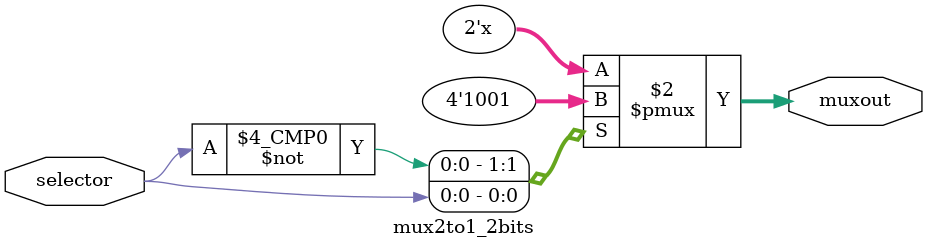
<source format=v>
module mux4to1_32bits(input [31:0] in1, input [31:0] in2, input [31:0] in3,input [31:0] in4, input [1:0] sel, output reg [31:0] muxout);
always @ (in1, in2, in3, in4, sel)
  begin
    case(sel)
      2'b00: muxout = in1;
      2'b01: muxout = in2;
      2'b10: muxout = in3;
      2'b11: muxout = in4;
    endcase
end
endmodule

module mux2to1_32bits(input [31:0] in1, input [31:0] in2, input sel, output reg [31:0] muxout);
always@(in1, in2, sel)
  begin
    case(sel)
      0: muxout = in1;
      1: muxout = in2;
  endcase
end
endmodule

module mux2to1_2bits(input selector, output reg [1:0] muxout);
always @(selector)
begin
  case (selector)
    0: muxout = 2'b10;
    1: muxout = 2'b01;
  endcase
end
endmodule

</source>
